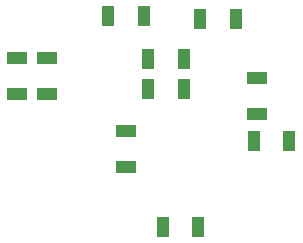
<source format=gbp>
G04*
G04 #@! TF.GenerationSoftware,Altium Limited,Altium Designer,18.1.2 (67)*
G04*
G04 Layer_Color=128*
%FSLAX43Y43*%
%MOMM*%
G71*
G01*
G75*
%ADD18R,1.720X1.120*%
%ADD21R,1.120X1.720*%
D18*
X18100Y18700D02*
D03*
Y21700D02*
D03*
X15600Y18700D02*
D03*
Y21700D02*
D03*
X24800Y12500D02*
D03*
Y15500D02*
D03*
X35900Y20000D02*
D03*
Y17000D02*
D03*
D21*
X23300Y25300D02*
D03*
X26300D02*
D03*
X31100Y25000D02*
D03*
X34100D02*
D03*
X26700Y21600D02*
D03*
X29700D02*
D03*
X26700Y19100D02*
D03*
X29700D02*
D03*
X35600Y14700D02*
D03*
X38600D02*
D03*
X30900Y7400D02*
D03*
X27900D02*
D03*
M02*

</source>
